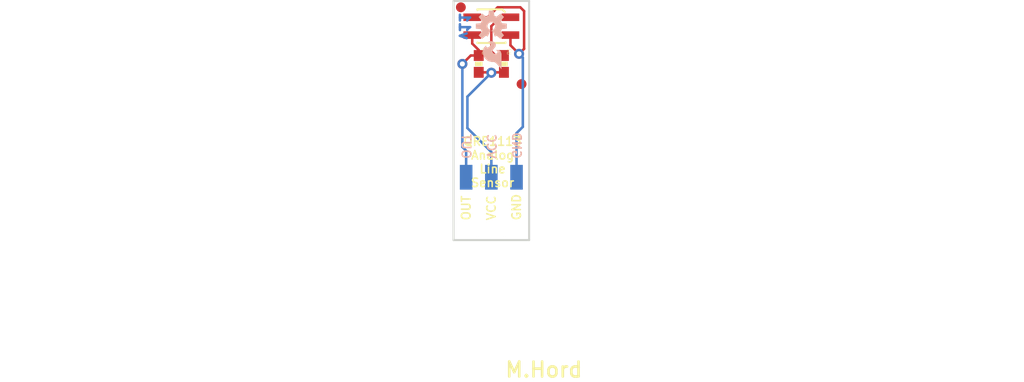
<source format=kicad_pcb>
(kicad_pcb (version 20211014) (generator pcbnew)
  (layers (0 "F.Cu" signal) (1 "In1.Cu" signal) (2 "In2.Cu" signal) (31 "B.Cu" signal) (34 "B.Paste" user) (35 "F.Paste" user) (36 "B.SilkS" user "B.Silkscreen") (37 "F.SilkS" user "F.Silkscreen") (38 "B.Mask" user) (39 "F.Mask" user) (44 "Edge.Cuts" user))
  (net 0 "")
  (net 1 "N$1")
  (net 2 "N$2")
  (net 3 "5V")
  (net 4 "GND")
  (footprint "boardEagle:0603-RES" (layer "F.Cu") (at 149.7711 99.2886 -90)
    (fp_text reference "R1" (at -0.889 -0.762 -90) (layer "F.SilkS") (effects (font (size 0.373888 0.373888) (thickness 0.032512)) (justify left bottom)))
    (fp_text value "100")
    (fp_poly (pts (xy -0.2286 0.381) (xy 0.2286 0.381) (xy 0.2286 -0.381) (xy -0.2286 -0.381)) (layer "F.SilkS") (width 0) (fill solid))
    (pad "1" smd rect (at -0.85 0 270) (size 1.1 1) (layers "F.Cu" "F.Paste" "F.Mask") (net 1 "N$1"))
    (pad "2" smd rect (at 0.85 0 270) (size 1.1 1) (layers "F.Cu" "F.Paste" "F.Mask") (net 3 "5V"))
  )
  (footprint "boardEagle:0603-RES" (layer "F.Cu") (at 147.2311 99.2886 -90)
    (fp_text reference "R2" (at -0.889 -0.762 -90) (layer "F.SilkS") (effects (font (size 0.373888 0.373888) (thickness 0.032512)) (justify left bottom)))
    (fp_text value "10k")
    (fp_poly (pts (xy -0.2286 0.381) (xy 0.2286 0.381) (xy 0.2286 -0.381) (xy -0.2286 -0.381)) (layer "F.SilkS") (width 0) (fill solid))
    (pad "1" smd rect (at -0.85 0 270) (size 1.1 1) (layers "F.Cu" "F.Paste" "F.Mask") (net 2 "N$2"))
    (pad "2" smd rect (at 0.85 0 270) (size 1.1 1) (layers "F.Cu" "F.Paste" "F.Mask") (net 3 "5V"))
  )
  (footprint "boardEagle:CREATIVE_COMMONS" (layer "F.Cu") (at 119.2911 131.0386)
    (fp_text reference "FRAME1" hide)
    (fp_text value "FRAME-LETTER" hide)
  )
  (footprint "boardEagle:FIDUCIAL-1X2" (layer "F.Cu") (at 145.4277 93.5736)
    (fp_text reference "FID1" hide)
    (fp_text value "FIDUCIAL1X2" hide)
    (pad "1" smd roundrect (at 0 0) (size 1 1) (layers "F.Cu" "F.Mask") (roundrect_rratio 0.5))
  )
  (footprint "boardEagle:QRE1113-W" (layer "F.Cu") (at 148.5011 95.4786 180)
    (fp_text reference "U1" hide)
    (fp_text value "QRE1113SMD-W" hide)
    (fp_line (start -1.427 -1.627) (end -1.427 -1.7) (layer "F.SilkS") (width 0.2032))
    (fp_line (start -1.427 -1.7) (end 1.4 -1.7) (layer "F.SilkS") (width 0.2032))
    (fp_line (start -1.1 1.7) (end 1.4 1.7) (layer "F.SilkS") (width 0.2032))
    (fp_line (start 1.4 1.7) (end 1.4 1.627) (layer "F.SilkS") (width 0.2032))
    (fp_line (start 1.4 -1.7) (end 1.4 -1.654) (layer "F.SilkS") (width 0.2032))
    (fp_line (start -1.37 1.424) (end -1.1 1.7) (layer "F.SilkS") (width 0.2032))
    (pad "1" smd rect (at -1.927 0.9 180) (size 1.778 0.762) (layers "F.Cu" "F.Paste" "F.Mask") (net 1 "N$1"))
    (pad "2" smd rect (at 1.927 0.9 180) (size 1.778 0.762) (layers "F.Cu" "F.Paste" "F.Mask") (net 4 "GND"))
    (pad "3" smd rect (at 1.927 -0.9 180) (size 1.778 0.762) (layers "F.Cu" "F.Paste" "F.Mask") (net 2 "N$2"))
    (pad "4" smd rect (at -1.927 -0.9 180) (size 1.778 0.762) (layers "F.Cu" "F.Paste" "F.Mask") (net 4 "GND"))
  )
  (footprint "boardEagle:STAND-OFF" (layer "F.Cu") (at 148.5011 104.3686)
    (fp_text reference "STANDOFF1" hide)
    (fp_text value "STAND-OFF" hide)
    (pad "" np_thru_hole circle (at 0 0) (size 3.302 3.302) (drill 3.302) (layers *.Cu *.Mask))
  )
  (footprint "boardEagle:FIDUCIAL-1X2" (layer "F.Cu") (at 151.5491 101.3206)
    (fp_text reference "FID2" hide)
    (fp_text value "FIDUCIAL1X2" hide)
    (pad "1" smd roundrect (at 0 0) (size 1 1) (layers "F.Cu" "F.Mask") (roundrect_rratio 0.5))
  )
  (footprint "boardEagle:OSHW-LOGO-S" (layer "B.Cu") (at 148.5011 95.4786 180)
    (fp_text reference "LOGO2" hide)
    (fp_text value "OSHW-LOGOS" hide)
    (fp_poly (pts (xy 0.301647 1.061351) (xy 0.42347 1.022344) (xy 0.537177 0.963769) (xy 0.92862 1.282946) (xy 1.282946 0.92862) (xy 0.961035 0.533823) (xy 1.057046 0.302084) (xy 1.5638 0.250561) (xy 1.5638 -0.250561) (xy 1.057046 -0.302084) (xy 0.961035 -0.533823) (xy 1.282946 -0.92862) (xy 0.92862 -1.282946) (xy 0.537177 -0.96377) (xy 0.356601 -1.056794) (xy 0.088679 -0.410073) (xy 0.326262 -0.2176) (xy 0.373649 -0.121468) (xy 0.392729 -0.010339) (xy 0.379464 0.101634) (xy 0.334947 0.205229) (xy 0.262842 0.291918) (xy 0.169087 0.354561) (xy 0.061406 0.387999) (xy -0.051342 0.38948) (xy -0.159868 0.358881) (xy -0.255234 0.298724) (xy -0.329589 0.213962) (xy -0.376813 0.111569) (xy -0.392176 0.005767) (xy -0.322923 -0.222565) (xy -0.249312 -0.303773) (xy 0.091677 -0.5081) (xy -0.12929 -0.5081) (xy -0.355332 -1.053732) (xy -0.506597 -0.983577) (xy -0.538922 -0.965192) (xy -0.92862 -1.282946) (xy -1.282946 -0.92862) (xy -0.961035 -0.533823) (xy -1.057046 -0.302084) (xy -1.5638 -0.250561) (xy -1.5638 0.250561) (xy -1.057046 0.302084) (xy -0.961035 0.533823) (xy -1.282946 0.92862) (xy -0.92862 1.282946) (xy -0.533823 0.961035) (xy -0.302084 1.057046) (xy -0.250561 1.5638) (xy 0.250561 1.5638)) (layer "B.SilkS") (width 0) (fill solid))
  )
  (footprint "boardEagle:1X03_SMD_RA_MALE_POST_SMALLER" (layer "B.Cu") (at 148.5011 115.7986 180)
    (fp_text reference "JP1" hide)
    (fp_text value "" hide)
    (pad "" np_thru_hole circle (at 1.27 0 180) (size 1.3589 1.3589) (drill 1.3589) (layers *.Cu *.Mask))
    (pad "" np_thru_hole circle (at -1.27 0 180) (size 1.3589 1.3589) (drill 1.3589) (layers *.Cu *.Mask))
    (pad "1" smd rect (at -2.54 5.07 90) (size 2.5 1.27) (layers "B.Cu" "B.Paste" "B.Mask") (net 4 "GND"))
    (pad "2" smd rect (at 0 5.07 90) (size 2.5 1.27) (layers "B.Cu" "B.Paste" "B.Mask") (net 3 "5V"))
    (pad "3" smd rect (at 2.54 5.07 90) (size 2.5 1.27) (layers "B.Cu" "B.Paste" "B.Mask") (net 2 "N$2"))
  )
  (footprint "boardEagle:SFE-LOGO-FLAME" (layer "B.Cu") (at 149.5171 99.7966 180)
    (fp_text reference "LOGO3" hide)
    (fp_text value "LOGO-SFESK" hide)
    (fp_poly (pts (xy 1.126002 2.808203) (xy 1.215449 2.785829) (xy 1.228477 2.780783) (xy 1.240149 2.774875) (xy 1.25686 2.766576) (xy 1.275552 2.759834) (xy 1.371694 2.7026) (xy 1.3793 2.7026) (xy 1.3793 2.6772) (xy 1.306833 2.6772) (xy 1.208418 2.657914) (xy 1.074855 2.495286) (xy 1.079365 2.436825) (xy 1.12809 2.341869) (xy 1.204666 2.265196) (xy 1.294069 2.200638) (xy 1.369348 2.168824) (xy 1.450737 2.171632) (xy 1.458864 2.174186) (xy 1.466257 2.177389) (xy 1.530514 2.236956) (xy 1.5368 2.259812) (xy 1.5368 2.377938) (xy 1.763707 2.148127) (xy 1.868186 1.856841) (xy 1.871603 1.856894) (xy 1.87806 1.650435) (xy 1.848857 1.45742) (xy 1.785308 1.272842) (xy 1.6663 1.061578) (xy 1.6663 1.080581) (xy 1.378131 0.80901) (xy 0.982239 0.6985) (xy 0.753005 0.6985) (xy 0.716201 0.692046) (xy 0.681776 0.679592) (xy 0.496322 0.541784) (xy -0.0126 -0.03091) (xy -0.0126 1.52077) (xy 0.060004 1.761967) (xy 0.168295 1.865489) (xy 0.307122 1.917522) (xy 0.4039 1.925089) (xy 0.499384 1.917623) (xy 0.55991 1.908099) (xy 0.557788 1.884433) (xy 0.522216 1.885242) (xy 0.501784 1.876141) (xy 0.420519 1.817154) (xy 0.400722 1.79067) (xy 0.390395 1.7285) (xy 0.400905 1.665229) (xy 0.421405 1.625174) (xy 0.452343 1.592685) (xy 0.546535 1.54355) (xy 0.652229 1.531742) (xy 0.742768 1.550084) (xy 0.82422 1.589656) (xy 0.92203 1.754659) (xy 0.907706 1.848844) (xy 0.850914 1.930401) (xy 0.584707 2.263237) (xy 0.561667 2.510855) (xy 0.627495 2.621556) (xy 0.629042 2.623103) (xy 0.778901 2.74712) (xy 1.032676 2.817064)) (layer "B.SilkS") (width 0) (fill solid))
  )
  (gr_line (start 144.6911 92.9386) (end 144.6911 117.0686) (layer "Edge.Cuts") (width 0.2032))
  (gr_line (start 152.3111 92.9386) (end 144.6911 92.9386) (layer "Edge.Cuts") (width 0.2032))
  (gr_line (start 152.3111 117.0686) (end 152.3111 92.9386) (layer "Edge.Cuts") (width 0.2032))
  (gr_line (start 144.6911 117.0686) (end 152.3111 117.0686) (layer "Edge.Cuts") (width 0.2032))
  (gr_text "v11" (at 145.1991 97.0026 -90) (layer "B.Cu") (effects (font (size 1.016 1.016) (thickness 0.254)) (justify left bottom mirror)))
  (gr_text "VCC" (at 148.5011 108.9406 -90) (layer "B.SilkS") (effects (font (size 0.8636 0.8636) (thickness 0.1524)) (justify left mirror)))
  (gr_text "GND" (at 151.0411 108.9406 -90) (layer "B.SilkS") (effects (font (size 0.8636 0.8636) (thickness 0.1524)) (justify left mirror)))
  (gr_text "OUT" (at 145.9611 108.9406 -90) (layer "B.SilkS") (effects (font (size 0.8636 0.8636) (thickness 0.1524)) (justify left mirror)))
  (gr_text "OUT" (at 145.9611 115.1636 90) (layer "F.SilkS") (effects (font (size 0.8636 0.8636) (thickness 0.1524)) (justify left)))
  (gr_text "VCC" (at 148.5011 115.1636 90) (layer "F.SilkS") (effects (font (size 0.8636 0.8636) (thickness 0.1524)) (justify left)))
  (gr_text "QRE1113\nAnalog\nLine\nSensor" (at 148.6281 109.1946) (layer "F.SilkS") (effects (font (size 0.8636 0.8636) (thickness 0.1524))))
  (gr_text "GND" (at 151.0411 115.1636 90) (layer "F.SilkS") (effects (font (size 0.8636 0.8636) (thickness 0.1524)) (justify left)))
  (gr_text "M.Hord" (at 149.7711 131.0386) (layer "F.SilkS") (effects (font (size 1.5113 1.5113) (thickness 0.2667)) (justify left bottom)))
  (segment (start 148.9211 98.4386) (end 148.5011 98.0186) (width 0.254) (layer "F.Cu") (net 1))
  (segment (start 150.4281 94.5786) (end 149.4011 94.5786) (width 0.254) (layer "F.Cu") (net 1))
  (segment (start 148.5011 98.0186) (end 148.5011 95.4786) (width 0.254) (layer "F.Cu") (net 1))
  (segment (start 148.5011 95.4786) (end 149.4011 94.5786) (width 0.254) (layer "F.Cu") (net 1))
  (segment (start 149.7711 98.4386) (end 148.9211 98.4386) (width 0.254) (layer "F.Cu") (net 1))
  (segment (start 147.2311 98.4386) (end 146.4301 98.4386) (width 0.254) (layer "F.Cu") (net 2))
  (segment (start 147.2311 97.8916) (end 146.5741 97.2346) (width 0.254) (layer "F.Cu") (net 2))
  (segment (start 146.4301 98.4386) (end 145.5801 99.2886) (width 0.254) (layer "F.Cu") (net 2))
  (segment (start 146.5741 96.3786) (end 146.5741 97.2346) (width 0.254) (layer "F.Cu") (net 2))
  (segment (start 147.2311 98.4386) (end 147.2311 97.8916) (width 0.254) (layer "F.Cu") (net 2))
  (via (at 145.5801 99.2886) (size 1.016) (drill 0.508) (layers "F.Cu" "B.Cu") (net 2))
  (segment (start 145.5801 107.6706) (end 145.9611 108.0516) (width 0.254) (layer "B.Cu") (net 2))
  (segment (start 145.9611 110.7286) (end 145.9611 108.0516) (width 0.254) (layer "B.Cu") (net 2))
  (segment (start 145.5801 99.2886) (end 145.5801 107.6706) (width 0.254) (layer "B.Cu") (net 2))
  (segment (start 148.5401 100.1386) (end 148.5011 100.1776) (width 0.254) (layer "F.Cu") (net 3))
  (segment (start 149.7711 100.1386) (end 148.5401 100.1386) (width 0.254) (layer "F.Cu") (net 3))
  (segment (start 147.2311 100.1386) (end 148.4621 100.1386) (width 0.254) (layer "F.Cu") (net 3))
  (segment (start 148.4621 100.1386) (end 148.5011 100.1776) (width 0.254) (layer "F.Cu") (net 3))
  (via (at 148.5011 100.1776) (size 1.016) (drill 0.508) (layers "F.Cu" "B.Cu") (net 3))
  (segment (start 146.0881 102.5906) (end 148.5011 100.1776) (width 0.254) (layer "B.Cu") (net 3))
  (segment (start 146.0881 105.7656) (end 146.0881 102.5906) (width 0.254) (layer "B.Cu") (net 3))
  (segment (start 148.5011 108.1786) (end 146.0881 105.7656) (width 0.254) (layer "B.Cu") (net 3))
  (segment (start 148.5011 110.7286) (end 148.5011 108.1786) (width 0.254) (layer "B.Cu") (net 3))
  (segment (start 146.5741 94.5786) (end 148.1311 94.5786) (width 0.254) (layer "F.Cu") (net 4))
  (segment (start 151.8031 97.7646) (end 151.2951 98.2726) (width 0.254) (layer "F.Cu") (net 4))
  (segment (start 149.1361 93.5736) (end 151.4221 93.5736) (width 0.254) (layer "F.Cu") (net 4))
  (segment (start 148.1311 94.5786) (end 149.1361 93.5736) (width 0.254) (layer "F.Cu") (net 4))
  (segment (start 151.8031 93.9546) (end 151.8031 97.7646) (width 0.254) (layer "F.Cu") (net 4))
  (segment (start 150.4281 97.4056) (end 151.2951 98.2726) (width 0.254) (layer "F.Cu") (net 4))
  (segment (start 150.4281 96.3786) (end 150.4281 97.4056) (width 0.254) (layer "F.Cu") (net 4))
  (segment (start 151.4221 93.5736) (end 151.8031 93.9546) (width 0.254) (layer "F.Cu") (net 4))
  (via (at 151.2951 98.2726) (size 1.016) (drill 0.508) (layers "F.Cu" "B.Cu") (net 4))
  (segment (start 151.0411 110.7286) (end 151.0411 106.2736) (width 0.254) (layer "B.Cu") (net 4))
  (segment (start 151.6761 98.6536) (end 151.2951 98.2726) (width 0.254) (layer "B.Cu") (net 4))
  (segment (start 151.6761 105.6386) (end 151.6761 98.6536) (width 0.254) (layer "B.Cu") (net 4))
  (segment (start 151.0411 106.2736) (end 151.6761 105.6386) (width 0.254) (layer "B.Cu") (net 4))
)
</source>
